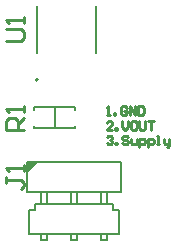
<source format=gbr>
G04*
G04 #@! TF.GenerationSoftware,Altium Limited,Altium Designer,24.1.2 (44)*
G04*
G04 Layer_Color=65535*
%FSLAX25Y25*%
%MOIN*%
G70*
G04*
G04 #@! TF.SameCoordinates,C47F8A19-97F9-4067-9C4D-816D2AB984C8*
G04*
G04*
G04 #@! TF.FilePolarity,Positive*
G04*
G01*
G75*
%ADD10C,0.00787*%
%ADD11C,0.00500*%
%ADD12C,0.00591*%
%ADD13C,0.01000*%
G36*
X23937Y14961D02*
Y11417D01*
X27480Y14961D01*
X23937D01*
D02*
G37*
D10*
X27323Y42185D02*
G03*
X27323Y42185I-394J0D01*
G01*
X38370Y843D02*
Y4843D01*
X30370Y843D02*
Y4843D01*
X40370Y843D02*
Y4843D01*
X26370Y843D02*
X52370D01*
X48370D02*
Y4843D01*
X28370Y843D02*
Y4843D01*
X50370Y843D02*
Y4843D01*
X24370Y-9157D02*
Y-1158D01*
X26370D01*
Y843D01*
X28370Y-11157D02*
Y-9157D01*
Y-11157D02*
X30370D01*
Y-9157D01*
X38370Y-11157D02*
X40370D01*
X38370D02*
Y-9157D01*
X24370D02*
X54370D01*
X40370Y-11157D02*
Y-9157D01*
X48370Y-11157D02*
Y-9157D01*
X54370D02*
Y-1158D01*
X48370Y-11157D02*
X50370D01*
Y-9157D01*
X52370Y-1158D02*
X54370D01*
X52370D02*
Y843D01*
X23740Y14842D02*
X55000D01*
X23740Y4843D02*
Y14842D01*
X55000Y4843D02*
Y14842D01*
X23740Y4843D02*
X55000D01*
D11*
X46673Y51299D02*
Y66811D01*
X26830Y51299D02*
Y66811D01*
D12*
X32815Y25984D02*
Y33071D01*
X26122Y32283D02*
Y33071D01*
X39508D01*
Y32283D02*
Y33071D01*
X26122Y25984D02*
Y26772D01*
Y25984D02*
X39508D01*
Y26772D01*
D13*
X50213Y23027D02*
X50687Y23502D01*
X51637D01*
X52112Y23027D01*
Y22553D01*
X51637Y22078D01*
X51162D01*
X51637D01*
X52112Y21603D01*
Y21128D01*
X51637Y20653D01*
X50687D01*
X50213Y21128D01*
X53062Y20653D02*
Y21128D01*
X53537D01*
Y20653D01*
X53062D01*
X57336Y23027D02*
X56861Y23502D01*
X55911D01*
X55437Y23027D01*
Y22553D01*
X55911Y22078D01*
X56861D01*
X57336Y21603D01*
Y21128D01*
X56861Y20653D01*
X55911D01*
X55437Y21128D01*
X58286Y22553D02*
Y21128D01*
X58761Y20653D01*
X60186D01*
Y22553D01*
X61136Y19703D02*
Y22553D01*
X62560D01*
X63035Y22078D01*
Y21128D01*
X62560Y20653D01*
X61136D01*
X63985Y19703D02*
Y22553D01*
X65410D01*
X65885Y22078D01*
Y21128D01*
X65410Y20653D01*
X63985D01*
X66834D02*
X67784D01*
X67309D01*
Y23502D01*
X66834D01*
X69209Y22553D02*
Y21128D01*
X69684Y20653D01*
X71109D01*
Y20178D01*
X70634Y19703D01*
X70159D01*
X71109Y20653D02*
Y22553D01*
X52112Y25606D02*
X50213D01*
X52112Y27506D01*
Y27981D01*
X51637Y28456D01*
X50687D01*
X50213Y27981D01*
X53062Y25606D02*
Y26081D01*
X53537D01*
Y25606D01*
X53062D01*
X55437Y28456D02*
Y26556D01*
X56387Y25606D01*
X57336Y26556D01*
Y28456D01*
X59711D02*
X58761D01*
X58286Y27981D01*
Y26081D01*
X58761Y25606D01*
X59711D01*
X60186Y26081D01*
Y27981D01*
X59711Y28456D01*
X61136D02*
Y26081D01*
X61611Y25606D01*
X62560D01*
X63035Y26081D01*
Y28456D01*
X63985D02*
X65885D01*
X64935D01*
Y25606D01*
X50213Y30528D02*
X51162D01*
X50687D01*
Y33377D01*
X50213Y32902D01*
X52587Y30528D02*
Y31003D01*
X53062D01*
Y30528D01*
X52587D01*
X56861Y32902D02*
X56387Y33377D01*
X55437D01*
X54962Y32902D01*
Y31003D01*
X55437Y30528D01*
X56387D01*
X56861Y31003D01*
Y31952D01*
X55911D01*
X57811Y30528D02*
Y33377D01*
X59711Y30528D01*
Y33377D01*
X60661D02*
Y30528D01*
X62085D01*
X62560Y31003D01*
Y32902D01*
X62085Y33377D01*
X60661D01*
X16686Y55056D02*
X21684D01*
X22684Y56056D01*
Y58055D01*
X21684Y59055D01*
X16686D01*
X22684Y61054D02*
Y63054D01*
Y62054D01*
X16686D01*
X17686Y61054D01*
X22527Y25529D02*
X16529D01*
Y28528D01*
X17528Y29528D01*
X19527D01*
X20527Y28528D01*
Y25529D01*
Y27528D02*
X22527Y29528D01*
Y31527D02*
Y33526D01*
Y32527D01*
X16529D01*
X17528Y31527D01*
X16686Y9843D02*
Y7843D01*
Y8843D01*
X21684D01*
X22684Y7843D01*
Y6843D01*
X21684Y5844D01*
X22684Y11842D02*
Y13841D01*
Y12842D01*
X16686D01*
X17686Y11842D01*
M02*

</source>
